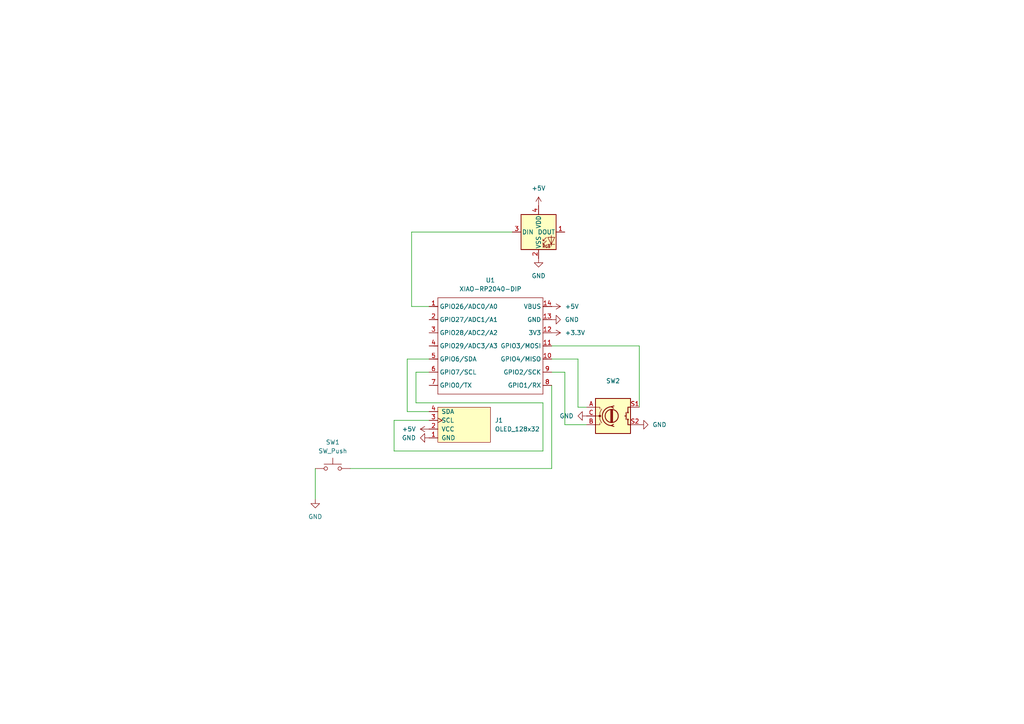
<source format=kicad_sch>
(kicad_sch
	(version 20250114)
	(generator "eeschema")
	(generator_version "9.0")
	(uuid "86d2f8df-ed63-4228-8067-34928c30d2cd")
	(paper "A4")
	(lib_symbols
		(symbol "Device:RotaryEncoder_Switch"
			(pin_names
				(offset 0.254)
				(hide yes)
			)
			(exclude_from_sim no)
			(in_bom yes)
			(on_board yes)
			(property "Reference" "SW"
				(at 0 6.604 0)
				(effects
					(font
						(size 1.27 1.27)
					)
				)
			)
			(property "Value" "RotaryEncoder_Switch"
				(at 0 -6.604 0)
				(effects
					(font
						(size 1.27 1.27)
					)
				)
			)
			(property "Footprint" ""
				(at -3.81 4.064 0)
				(effects
					(font
						(size 1.27 1.27)
					)
					(hide yes)
				)
			)
			(property "Datasheet" "~"
				(at 0 6.604 0)
				(effects
					(font
						(size 1.27 1.27)
					)
					(hide yes)
				)
			)
			(property "Description" "Rotary encoder, dual channel, incremental quadrate outputs, with switch"
				(at 0 0 0)
				(effects
					(font
						(size 1.27 1.27)
					)
					(hide yes)
				)
			)
			(property "ki_keywords" "rotary switch encoder switch push button"
				(at 0 0 0)
				(effects
					(font
						(size 1.27 1.27)
					)
					(hide yes)
				)
			)
			(property "ki_fp_filters" "RotaryEncoder*Switch*"
				(at 0 0 0)
				(effects
					(font
						(size 1.27 1.27)
					)
					(hide yes)
				)
			)
			(symbol "RotaryEncoder_Switch_0_1"
				(rectangle
					(start -5.08 5.08)
					(end 5.08 -5.08)
					(stroke
						(width 0.254)
						(type default)
					)
					(fill
						(type background)
					)
				)
				(polyline
					(pts
						(xy -5.08 2.54) (xy -3.81 2.54) (xy -3.81 2.032)
					)
					(stroke
						(width 0)
						(type default)
					)
					(fill
						(type none)
					)
				)
				(polyline
					(pts
						(xy -5.08 0) (xy -3.81 0) (xy -3.81 -1.016) (xy -3.302 -2.032)
					)
					(stroke
						(width 0)
						(type default)
					)
					(fill
						(type none)
					)
				)
				(polyline
					(pts
						(xy -5.08 -2.54) (xy -3.81 -2.54) (xy -3.81 -2.032)
					)
					(stroke
						(width 0)
						(type default)
					)
					(fill
						(type none)
					)
				)
				(polyline
					(pts
						(xy -4.318 0) (xy -3.81 0) (xy -3.81 1.016) (xy -3.302 2.032)
					)
					(stroke
						(width 0)
						(type default)
					)
					(fill
						(type none)
					)
				)
				(circle
					(center -3.81 0)
					(radius 0.254)
					(stroke
						(width 0)
						(type default)
					)
					(fill
						(type outline)
					)
				)
				(polyline
					(pts
						(xy -0.635 -1.778) (xy -0.635 1.778)
					)
					(stroke
						(width 0.254)
						(type default)
					)
					(fill
						(type none)
					)
				)
				(circle
					(center -0.381 0)
					(radius 1.905)
					(stroke
						(width 0.254)
						(type default)
					)
					(fill
						(type none)
					)
				)
				(polyline
					(pts
						(xy -0.381 -1.778) (xy -0.381 1.778)
					)
					(stroke
						(width 0.254)
						(type default)
					)
					(fill
						(type none)
					)
				)
				(arc
					(start -0.381 -2.794)
					(mid -3.0988 -0.0635)
					(end -0.381 2.667)
					(stroke
						(width 0.254)
						(type default)
					)
					(fill
						(type none)
					)
				)
				(polyline
					(pts
						(xy -0.127 1.778) (xy -0.127 -1.778)
					)
					(stroke
						(width 0.254)
						(type default)
					)
					(fill
						(type none)
					)
				)
				(polyline
					(pts
						(xy 0.254 2.921) (xy -0.508 2.667) (xy 0.127 2.286)
					)
					(stroke
						(width 0.254)
						(type default)
					)
					(fill
						(type none)
					)
				)
				(polyline
					(pts
						(xy 0.254 -3.048) (xy -0.508 -2.794) (xy 0.127 -2.413)
					)
					(stroke
						(width 0.254)
						(type default)
					)
					(fill
						(type none)
					)
				)
				(polyline
					(pts
						(xy 3.81 1.016) (xy 3.81 -1.016)
					)
					(stroke
						(width 0.254)
						(type default)
					)
					(fill
						(type none)
					)
				)
				(polyline
					(pts
						(xy 3.81 0) (xy 3.429 0)
					)
					(stroke
						(width 0.254)
						(type default)
					)
					(fill
						(type none)
					)
				)
				(circle
					(center 4.318 1.016)
					(radius 0.127)
					(stroke
						(width 0.254)
						(type default)
					)
					(fill
						(type none)
					)
				)
				(circle
					(center 4.318 -1.016)
					(radius 0.127)
					(stroke
						(width 0.254)
						(type default)
					)
					(fill
						(type none)
					)
				)
				(polyline
					(pts
						(xy 5.08 2.54) (xy 4.318 2.54) (xy 4.318 1.016)
					)
					(stroke
						(width 0.254)
						(type default)
					)
					(fill
						(type none)
					)
				)
				(polyline
					(pts
						(xy 5.08 -2.54) (xy 4.318 -2.54) (xy 4.318 -1.016)
					)
					(stroke
						(width 0.254)
						(type default)
					)
					(fill
						(type none)
					)
				)
			)
			(symbol "RotaryEncoder_Switch_1_1"
				(pin passive line
					(at -7.62 2.54 0)
					(length 2.54)
					(name "A"
						(effects
							(font
								(size 1.27 1.27)
							)
						)
					)
					(number "A"
						(effects
							(font
								(size 1.27 1.27)
							)
						)
					)
				)
				(pin passive line
					(at -7.62 0 0)
					(length 2.54)
					(name "C"
						(effects
							(font
								(size 1.27 1.27)
							)
						)
					)
					(number "C"
						(effects
							(font
								(size 1.27 1.27)
							)
						)
					)
				)
				(pin passive line
					(at -7.62 -2.54 0)
					(length 2.54)
					(name "B"
						(effects
							(font
								(size 1.27 1.27)
							)
						)
					)
					(number "B"
						(effects
							(font
								(size 1.27 1.27)
							)
						)
					)
				)
				(pin passive line
					(at 7.62 2.54 180)
					(length 2.54)
					(name "S1"
						(effects
							(font
								(size 1.27 1.27)
							)
						)
					)
					(number "S1"
						(effects
							(font
								(size 1.27 1.27)
							)
						)
					)
				)
				(pin passive line
					(at 7.62 -2.54 180)
					(length 2.54)
					(name "S2"
						(effects
							(font
								(size 1.27 1.27)
							)
						)
					)
					(number "S2"
						(effects
							(font
								(size 1.27 1.27)
							)
						)
					)
				)
			)
			(embedded_fonts no)
		)
		(symbol "LED:SK6812MINI"
			(pin_names
				(offset 0.254)
			)
			(exclude_from_sim no)
			(in_bom yes)
			(on_board yes)
			(property "Reference" "D"
				(at 5.08 5.715 0)
				(effects
					(font
						(size 1.27 1.27)
					)
					(justify right bottom)
				)
			)
			(property "Value" "SK6812MINI"
				(at 1.27 -5.715 0)
				(effects
					(font
						(size 1.27 1.27)
					)
					(justify left top)
				)
			)
			(property "Footprint" "LED_SMD:LED_SK6812MINI_PLCC4_3.5x3.5mm_P1.75mm"
				(at 1.27 -7.62 0)
				(effects
					(font
						(size 1.27 1.27)
					)
					(justify left top)
					(hide yes)
				)
			)
			(property "Datasheet" "https://cdn-shop.adafruit.com/product-files/2686/SK6812MINI_REV.01-1-2.pdf"
				(at 2.54 -9.525 0)
				(effects
					(font
						(size 1.27 1.27)
					)
					(justify left top)
					(hide yes)
				)
			)
			(property "Description" "RGB LED with integrated controller"
				(at 0 0 0)
				(effects
					(font
						(size 1.27 1.27)
					)
					(hide yes)
				)
			)
			(property "ki_keywords" "RGB LED NeoPixel Mini addressable"
				(at 0 0 0)
				(effects
					(font
						(size 1.27 1.27)
					)
					(hide yes)
				)
			)
			(property "ki_fp_filters" "LED*SK6812MINI*PLCC*3.5x3.5mm*P1.75mm*"
				(at 0 0 0)
				(effects
					(font
						(size 1.27 1.27)
					)
					(hide yes)
				)
			)
			(symbol "SK6812MINI_0_0"
				(text "RGB"
					(at 2.286 -4.191 0)
					(effects
						(font
							(size 0.762 0.762)
						)
					)
				)
			)
			(symbol "SK6812MINI_0_1"
				(polyline
					(pts
						(xy 1.27 -2.54) (xy 1.778 -2.54)
					)
					(stroke
						(width 0)
						(type default)
					)
					(fill
						(type none)
					)
				)
				(polyline
					(pts
						(xy 1.27 -3.556) (xy 1.778 -3.556)
					)
					(stroke
						(width 0)
						(type default)
					)
					(fill
						(type none)
					)
				)
				(polyline
					(pts
						(xy 2.286 -1.524) (xy 1.27 -2.54) (xy 1.27 -2.032)
					)
					(stroke
						(width 0)
						(type default)
					)
					(fill
						(type none)
					)
				)
				(polyline
					(pts
						(xy 2.286 -2.54) (xy 1.27 -3.556) (xy 1.27 -3.048)
					)
					(stroke
						(width 0)
						(type default)
					)
					(fill
						(type none)
					)
				)
				(polyline
					(pts
						(xy 3.683 -1.016) (xy 3.683 -3.556) (xy 3.683 -4.064)
					)
					(stroke
						(width 0)
						(type default)
					)
					(fill
						(type none)
					)
				)
				(polyline
					(pts
						(xy 4.699 -1.524) (xy 2.667 -1.524) (xy 3.683 -3.556) (xy 4.699 -1.524)
					)
					(stroke
						(width 0)
						(type default)
					)
					(fill
						(type none)
					)
				)
				(polyline
					(pts
						(xy 4.699 -3.556) (xy 2.667 -3.556)
					)
					(stroke
						(width 0)
						(type default)
					)
					(fill
						(type none)
					)
				)
				(rectangle
					(start 5.08 5.08)
					(end -5.08 -5.08)
					(stroke
						(width 0.254)
						(type default)
					)
					(fill
						(type background)
					)
				)
			)
			(symbol "SK6812MINI_1_1"
				(pin input line
					(at -7.62 0 0)
					(length 2.54)
					(name "DIN"
						(effects
							(font
								(size 1.27 1.27)
							)
						)
					)
					(number "3"
						(effects
							(font
								(size 1.27 1.27)
							)
						)
					)
				)
				(pin power_in line
					(at 0 7.62 270)
					(length 2.54)
					(name "VDD"
						(effects
							(font
								(size 1.27 1.27)
							)
						)
					)
					(number "4"
						(effects
							(font
								(size 1.27 1.27)
							)
						)
					)
				)
				(pin power_in line
					(at 0 -7.62 90)
					(length 2.54)
					(name "VSS"
						(effects
							(font
								(size 1.27 1.27)
							)
						)
					)
					(number "2"
						(effects
							(font
								(size 1.27 1.27)
							)
						)
					)
				)
				(pin output line
					(at 7.62 0 180)
					(length 2.54)
					(name "DOUT"
						(effects
							(font
								(size 1.27 1.27)
							)
						)
					)
					(number "1"
						(effects
							(font
								(size 1.27 1.27)
							)
						)
					)
				)
			)
			(embedded_fonts no)
		)
		(symbol "OPL:XIAO-RP2040-DIP"
			(exclude_from_sim no)
			(in_bom yes)
			(on_board yes)
			(property "Reference" "U"
				(at 0 0 0)
				(effects
					(font
						(size 1.27 1.27)
					)
				)
			)
			(property "Value" "XIAO-RP2040-DIP"
				(at 5.334 -1.778 0)
				(effects
					(font
						(size 1.27 1.27)
					)
				)
			)
			(property "Footprint" "Module:MOUDLE14P-XIAO-DIP-SMD"
				(at 14.478 -32.258 0)
				(effects
					(font
						(size 1.27 1.27)
					)
					(hide yes)
				)
			)
			(property "Datasheet" ""
				(at 0 0 0)
				(effects
					(font
						(size 1.27 1.27)
					)
					(hide yes)
				)
			)
			(property "Description" ""
				(at 0 0 0)
				(effects
					(font
						(size 1.27 1.27)
					)
					(hide yes)
				)
			)
			(symbol "XIAO-RP2040-DIP_1_0"
				(polyline
					(pts
						(xy -1.27 -2.54) (xy 29.21 -2.54)
					)
					(stroke
						(width 0.1524)
						(type solid)
					)
					(fill
						(type none)
					)
				)
				(polyline
					(pts
						(xy -1.27 -5.08) (xy -2.54 -5.08)
					)
					(stroke
						(width 0.1524)
						(type solid)
					)
					(fill
						(type none)
					)
				)
				(polyline
					(pts
						(xy -1.27 -5.08) (xy -1.27 -2.54)
					)
					(stroke
						(width 0.1524)
						(type solid)
					)
					(fill
						(type none)
					)
				)
				(polyline
					(pts
						(xy -1.27 -8.89) (xy -2.54 -8.89)
					)
					(stroke
						(width 0.1524)
						(type solid)
					)
					(fill
						(type none)
					)
				)
				(polyline
					(pts
						(xy -1.27 -8.89) (xy -1.27 -5.08)
					)
					(stroke
						(width 0.1524)
						(type solid)
					)
					(fill
						(type none)
					)
				)
				(polyline
					(pts
						(xy -1.27 -12.7) (xy -2.54 -12.7)
					)
					(stroke
						(width 0.1524)
						(type solid)
					)
					(fill
						(type none)
					)
				)
				(polyline
					(pts
						(xy -1.27 -12.7) (xy -1.27 -8.89)
					)
					(stroke
						(width 0.1524)
						(type solid)
					)
					(fill
						(type none)
					)
				)
				(polyline
					(pts
						(xy -1.27 -16.51) (xy -2.54 -16.51)
					)
					(stroke
						(width 0.1524)
						(type solid)
					)
					(fill
						(type none)
					)
				)
				(polyline
					(pts
						(xy -1.27 -16.51) (xy -1.27 -12.7)
					)
					(stroke
						(width 0.1524)
						(type solid)
					)
					(fill
						(type none)
					)
				)
				(polyline
					(pts
						(xy -1.27 -20.32) (xy -2.54 -20.32)
					)
					(stroke
						(width 0.1524)
						(type solid)
					)
					(fill
						(type none)
					)
				)
				(polyline
					(pts
						(xy -1.27 -24.13) (xy -2.54 -24.13)
					)
					(stroke
						(width 0.1524)
						(type solid)
					)
					(fill
						(type none)
					)
				)
				(polyline
					(pts
						(xy -1.27 -27.94) (xy -2.54 -27.94)
					)
					(stroke
						(width 0.1524)
						(type solid)
					)
					(fill
						(type none)
					)
				)
				(polyline
					(pts
						(xy -1.27 -30.48) (xy -1.27 -16.51)
					)
					(stroke
						(width 0.1524)
						(type solid)
					)
					(fill
						(type none)
					)
				)
				(polyline
					(pts
						(xy 29.21 -2.54) (xy 29.21 -5.08)
					)
					(stroke
						(width 0.1524)
						(type solid)
					)
					(fill
						(type none)
					)
				)
				(polyline
					(pts
						(xy 29.21 -5.08) (xy 29.21 -8.89)
					)
					(stroke
						(width 0.1524)
						(type solid)
					)
					(fill
						(type none)
					)
				)
				(polyline
					(pts
						(xy 29.21 -8.89) (xy 29.21 -12.7)
					)
					(stroke
						(width 0.1524)
						(type solid)
					)
					(fill
						(type none)
					)
				)
				(polyline
					(pts
						(xy 29.21 -12.7) (xy 29.21 -30.48)
					)
					(stroke
						(width 0.1524)
						(type solid)
					)
					(fill
						(type none)
					)
				)
				(polyline
					(pts
						(xy 29.21 -30.48) (xy -1.27 -30.48)
					)
					(stroke
						(width 0.1524)
						(type solid)
					)
					(fill
						(type none)
					)
				)
				(polyline
					(pts
						(xy 30.48 -5.08) (xy 29.21 -5.08)
					)
					(stroke
						(width 0.1524)
						(type solid)
					)
					(fill
						(type none)
					)
				)
				(polyline
					(pts
						(xy 30.48 -8.89) (xy 29.21 -8.89)
					)
					(stroke
						(width 0.1524)
						(type solid)
					)
					(fill
						(type none)
					)
				)
				(polyline
					(pts
						(xy 30.48 -12.7) (xy 29.21 -12.7)
					)
					(stroke
						(width 0.1524)
						(type solid)
					)
					(fill
						(type none)
					)
				)
				(polyline
					(pts
						(xy 30.48 -16.51) (xy 29.21 -16.51)
					)
					(stroke
						(width 0.1524)
						(type solid)
					)
					(fill
						(type none)
					)
				)
				(polyline
					(pts
						(xy 30.48 -20.32) (xy 29.21 -20.32)
					)
					(stroke
						(width 0.1524)
						(type solid)
					)
					(fill
						(type none)
					)
				)
				(polyline
					(pts
						(xy 30.48 -24.13) (xy 29.21 -24.13)
					)
					(stroke
						(width 0.1524)
						(type solid)
					)
					(fill
						(type none)
					)
				)
				(polyline
					(pts
						(xy 30.48 -27.94) (xy 29.21 -27.94)
					)
					(stroke
						(width 0.1524)
						(type solid)
					)
					(fill
						(type none)
					)
				)
				(pin passive line
					(at -3.81 -5.08 0)
					(length 2.54)
					(name "GPIO26/ADC0/A0"
						(effects
							(font
								(size 1.27 1.27)
							)
						)
					)
					(number "1"
						(effects
							(font
								(size 1.27 1.27)
							)
						)
					)
				)
				(pin passive line
					(at -3.81 -8.89 0)
					(length 2.54)
					(name "GPIO27/ADC1/A1"
						(effects
							(font
								(size 1.27 1.27)
							)
						)
					)
					(number "2"
						(effects
							(font
								(size 1.27 1.27)
							)
						)
					)
				)
				(pin passive line
					(at -3.81 -12.7 0)
					(length 2.54)
					(name "GPIO28/ADC2/A2"
						(effects
							(font
								(size 1.27 1.27)
							)
						)
					)
					(number "3"
						(effects
							(font
								(size 1.27 1.27)
							)
						)
					)
				)
				(pin passive line
					(at -3.81 -16.51 0)
					(length 2.54)
					(name "GPIO29/ADC3/A3"
						(effects
							(font
								(size 1.27 1.27)
							)
						)
					)
					(number "4"
						(effects
							(font
								(size 1.27 1.27)
							)
						)
					)
				)
				(pin passive line
					(at -3.81 -20.32 0)
					(length 2.54)
					(name "GPIO6/SDA"
						(effects
							(font
								(size 1.27 1.27)
							)
						)
					)
					(number "5"
						(effects
							(font
								(size 1.27 1.27)
							)
						)
					)
				)
				(pin passive line
					(at -3.81 -24.13 0)
					(length 2.54)
					(name "GPIO7/SCL"
						(effects
							(font
								(size 1.27 1.27)
							)
						)
					)
					(number "6"
						(effects
							(font
								(size 1.27 1.27)
							)
						)
					)
				)
				(pin passive line
					(at -3.81 -27.94 0)
					(length 2.54)
					(name "GPIO0/TX"
						(effects
							(font
								(size 1.27 1.27)
							)
						)
					)
					(number "7"
						(effects
							(font
								(size 1.27 1.27)
							)
						)
					)
				)
				(pin passive line
					(at 31.75 -5.08 180)
					(length 2.54)
					(name "VBUS"
						(effects
							(font
								(size 1.27 1.27)
							)
						)
					)
					(number "14"
						(effects
							(font
								(size 1.27 1.27)
							)
						)
					)
				)
				(pin passive line
					(at 31.75 -8.89 180)
					(length 2.54)
					(name "GND"
						(effects
							(font
								(size 1.27 1.27)
							)
						)
					)
					(number "13"
						(effects
							(font
								(size 1.27 1.27)
							)
						)
					)
				)
				(pin passive line
					(at 31.75 -12.7 180)
					(length 2.54)
					(name "3V3"
						(effects
							(font
								(size 1.27 1.27)
							)
						)
					)
					(number "12"
						(effects
							(font
								(size 1.27 1.27)
							)
						)
					)
				)
				(pin passive line
					(at 31.75 -16.51 180)
					(length 2.54)
					(name "GPIO3/MOSI"
						(effects
							(font
								(size 1.27 1.27)
							)
						)
					)
					(number "11"
						(effects
							(font
								(size 1.27 1.27)
							)
						)
					)
				)
				(pin passive line
					(at 31.75 -20.32 180)
					(length 2.54)
					(name "GPIO4/MISO"
						(effects
							(font
								(size 1.27 1.27)
							)
						)
					)
					(number "10"
						(effects
							(font
								(size 1.27 1.27)
							)
						)
					)
				)
				(pin passive line
					(at 31.75 -24.13 180)
					(length 2.54)
					(name "GPIO2/SCK"
						(effects
							(font
								(size 1.27 1.27)
							)
						)
					)
					(number "9"
						(effects
							(font
								(size 1.27 1.27)
							)
						)
					)
				)
				(pin passive line
					(at 31.75 -27.94 180)
					(length 2.54)
					(name "GPIO1/RX"
						(effects
							(font
								(size 1.27 1.27)
							)
						)
					)
					(number "8"
						(effects
							(font
								(size 1.27 1.27)
							)
						)
					)
				)
			)
			(embedded_fonts no)
		)
		(symbol "ScottoKeebs:OLED_128x32"
			(pin_names
				(offset 1.016)
			)
			(exclude_from_sim no)
			(in_bom yes)
			(on_board yes)
			(property "Reference" "J"
				(at 0 -6.35 0)
				(effects
					(font
						(size 1.27 1.27)
					)
				)
			)
			(property "Value" "OLED_128x32"
				(at 0 6.35 0)
				(effects
					(font
						(size 1.27 1.27)
					)
				)
			)
			(property "Footprint" "ScottoKeebs_Components:OLED_128x32"
				(at 0 8.89 0)
				(effects
					(font
						(size 1.27 1.27)
					)
					(hide yes)
				)
			)
			(property "Datasheet" ""
				(at 0 1.27 0)
				(effects
					(font
						(size 1.27 1.27)
					)
					(hide yes)
				)
			)
			(property "Description" ""
				(at 0 0 0)
				(effects
					(font
						(size 1.27 1.27)
					)
					(hide yes)
				)
			)
			(symbol "OLED_128x32_0_1"
				(rectangle
					(start 0 5.08)
					(end 15.24 -5.08)
					(stroke
						(width 0)
						(type default)
					)
					(fill
						(type background)
					)
				)
			)
			(symbol "OLED_128x32_1_1"
				(pin bidirectional line
					(at -2.54 3.81 0)
					(length 2.54)
					(name "SDA"
						(effects
							(font
								(size 1.27 1.27)
							)
						)
					)
					(number "4"
						(effects
							(font
								(size 1.27 1.27)
							)
						)
					)
				)
				(pin input clock
					(at -2.54 1.27 0)
					(length 2.54)
					(name "SCL"
						(effects
							(font
								(size 1.27 1.27)
							)
						)
					)
					(number "3"
						(effects
							(font
								(size 1.27 1.27)
							)
						)
					)
				)
				(pin power_in line
					(at -2.54 -1.27 0)
					(length 2.54)
					(name "VCC"
						(effects
							(font
								(size 1.27 1.27)
							)
						)
					)
					(number "2"
						(effects
							(font
								(size 1.27 1.27)
							)
						)
					)
				)
				(pin power_in line
					(at -2.54 -3.81 0)
					(length 2.54)
					(name "GND"
						(effects
							(font
								(size 1.27 1.27)
							)
						)
					)
					(number "1"
						(effects
							(font
								(size 1.27 1.27)
							)
						)
					)
				)
			)
			(embedded_fonts no)
		)
		(symbol "Switch:SW_Push"
			(pin_numbers
				(hide yes)
			)
			(pin_names
				(offset 1.016)
				(hide yes)
			)
			(exclude_from_sim no)
			(in_bom yes)
			(on_board yes)
			(property "Reference" "SW"
				(at 1.27 2.54 0)
				(effects
					(font
						(size 1.27 1.27)
					)
					(justify left)
				)
			)
			(property "Value" "SW_Push"
				(at 0 -1.524 0)
				(effects
					(font
						(size 1.27 1.27)
					)
				)
			)
			(property "Footprint" ""
				(at 0 5.08 0)
				(effects
					(font
						(size 1.27 1.27)
					)
					(hide yes)
				)
			)
			(property "Datasheet" "~"
				(at 0 5.08 0)
				(effects
					(font
						(size 1.27 1.27)
					)
					(hide yes)
				)
			)
			(property "Description" "Push button switch, generic, two pins"
				(at 0 0 0)
				(effects
					(font
						(size 1.27 1.27)
					)
					(hide yes)
				)
			)
			(property "ki_keywords" "switch normally-open pushbutton push-button"
				(at 0 0 0)
				(effects
					(font
						(size 1.27 1.27)
					)
					(hide yes)
				)
			)
			(symbol "SW_Push_0_1"
				(circle
					(center -2.032 0)
					(radius 0.508)
					(stroke
						(width 0)
						(type default)
					)
					(fill
						(type none)
					)
				)
				(polyline
					(pts
						(xy 0 1.27) (xy 0 3.048)
					)
					(stroke
						(width 0)
						(type default)
					)
					(fill
						(type none)
					)
				)
				(circle
					(center 2.032 0)
					(radius 0.508)
					(stroke
						(width 0)
						(type default)
					)
					(fill
						(type none)
					)
				)
				(polyline
					(pts
						(xy 2.54 1.27) (xy -2.54 1.27)
					)
					(stroke
						(width 0)
						(type default)
					)
					(fill
						(type none)
					)
				)
				(pin passive line
					(at -5.08 0 0)
					(length 2.54)
					(name "1"
						(effects
							(font
								(size 1.27 1.27)
							)
						)
					)
					(number "1"
						(effects
							(font
								(size 1.27 1.27)
							)
						)
					)
				)
				(pin passive line
					(at 5.08 0 180)
					(length 2.54)
					(name "2"
						(effects
							(font
								(size 1.27 1.27)
							)
						)
					)
					(number "2"
						(effects
							(font
								(size 1.27 1.27)
							)
						)
					)
				)
			)
			(embedded_fonts no)
		)
		(symbol "power:+3.3V"
			(power)
			(pin_numbers
				(hide yes)
			)
			(pin_names
				(offset 0)
				(hide yes)
			)
			(exclude_from_sim no)
			(in_bom yes)
			(on_board yes)
			(property "Reference" "#PWR"
				(at 0 -3.81 0)
				(effects
					(font
						(size 1.27 1.27)
					)
					(hide yes)
				)
			)
			(property "Value" "+3.3V"
				(at 0 3.556 0)
				(effects
					(font
						(size 1.27 1.27)
					)
				)
			)
			(property "Footprint" ""
				(at 0 0 0)
				(effects
					(font
						(size 1.27 1.27)
					)
					(hide yes)
				)
			)
			(property "Datasheet" ""
				(at 0 0 0)
				(effects
					(font
						(size 1.27 1.27)
					)
					(hide yes)
				)
			)
			(property "Description" "Power symbol creates a global label with name \"+3.3V\""
				(at 0 0 0)
				(effects
					(font
						(size 1.27 1.27)
					)
					(hide yes)
				)
			)
			(property "ki_keywords" "global power"
				(at 0 0 0)
				(effects
					(font
						(size 1.27 1.27)
					)
					(hide yes)
				)
			)
			(symbol "+3.3V_0_1"
				(polyline
					(pts
						(xy -0.762 1.27) (xy 0 2.54)
					)
					(stroke
						(width 0)
						(type default)
					)
					(fill
						(type none)
					)
				)
				(polyline
					(pts
						(xy 0 2.54) (xy 0.762 1.27)
					)
					(stroke
						(width 0)
						(type default)
					)
					(fill
						(type none)
					)
				)
				(polyline
					(pts
						(xy 0 0) (xy 0 2.54)
					)
					(stroke
						(width 0)
						(type default)
					)
					(fill
						(type none)
					)
				)
			)
			(symbol "+3.3V_1_1"
				(pin power_in line
					(at 0 0 90)
					(length 0)
					(name "~"
						(effects
							(font
								(size 1.27 1.27)
							)
						)
					)
					(number "1"
						(effects
							(font
								(size 1.27 1.27)
							)
						)
					)
				)
			)
			(embedded_fonts no)
		)
		(symbol "power:+5V"
			(power)
			(pin_numbers
				(hide yes)
			)
			(pin_names
				(offset 0)
				(hide yes)
			)
			(exclude_from_sim no)
			(in_bom yes)
			(on_board yes)
			(property "Reference" "#PWR"
				(at 0 -3.81 0)
				(effects
					(font
						(size 1.27 1.27)
					)
					(hide yes)
				)
			)
			(property "Value" "+5V"
				(at 0 3.556 0)
				(effects
					(font
						(size 1.27 1.27)
					)
				)
			)
			(property "Footprint" ""
				(at 0 0 0)
				(effects
					(font
						(size 1.27 1.27)
					)
					(hide yes)
				)
			)
			(property "Datasheet" ""
				(at 0 0 0)
				(effects
					(font
						(size 1.27 1.27)
					)
					(hide yes)
				)
			)
			(property "Description" "Power symbol creates a global label with name \"+5V\""
				(at 0 0 0)
				(effects
					(font
						(size 1.27 1.27)
					)
					(hide yes)
				)
			)
			(property "ki_keywords" "global power"
				(at 0 0 0)
				(effects
					(font
						(size 1.27 1.27)
					)
					(hide yes)
				)
			)
			(symbol "+5V_0_1"
				(polyline
					(pts
						(xy -0.762 1.27) (xy 0 2.54)
					)
					(stroke
						(width 0)
						(type default)
					)
					(fill
						(type none)
					)
				)
				(polyline
					(pts
						(xy 0 2.54) (xy 0.762 1.27)
					)
					(stroke
						(width 0)
						(type default)
					)
					(fill
						(type none)
					)
				)
				(polyline
					(pts
						(xy 0 0) (xy 0 2.54)
					)
					(stroke
						(width 0)
						(type default)
					)
					(fill
						(type none)
					)
				)
			)
			(symbol "+5V_1_1"
				(pin power_in line
					(at 0 0 90)
					(length 0)
					(name "~"
						(effects
							(font
								(size 1.27 1.27)
							)
						)
					)
					(number "1"
						(effects
							(font
								(size 1.27 1.27)
							)
						)
					)
				)
			)
			(embedded_fonts no)
		)
		(symbol "power:GND"
			(power)
			(pin_numbers
				(hide yes)
			)
			(pin_names
				(offset 0)
				(hide yes)
			)
			(exclude_from_sim no)
			(in_bom yes)
			(on_board yes)
			(property "Reference" "#PWR"
				(at 0 -6.35 0)
				(effects
					(font
						(size 1.27 1.27)
					)
					(hide yes)
				)
			)
			(property "Value" "GND"
				(at 0 -3.81 0)
				(effects
					(font
						(size 1.27 1.27)
					)
				)
			)
			(property "Footprint" ""
				(at 0 0 0)
				(effects
					(font
						(size 1.27 1.27)
					)
					(hide yes)
				)
			)
			(property "Datasheet" ""
				(at 0 0 0)
				(effects
					(font
						(size 1.27 1.27)
					)
					(hide yes)
				)
			)
			(property "Description" "Power symbol creates a global label with name \"GND\" , ground"
				(at 0 0 0)
				(effects
					(font
						(size 1.27 1.27)
					)
					(hide yes)
				)
			)
			(property "ki_keywords" "global power"
				(at 0 0 0)
				(effects
					(font
						(size 1.27 1.27)
					)
					(hide yes)
				)
			)
			(symbol "GND_0_1"
				(polyline
					(pts
						(xy 0 0) (xy 0 -1.27) (xy 1.27 -1.27) (xy 0 -2.54) (xy -1.27 -1.27) (xy 0 -1.27)
					)
					(stroke
						(width 0)
						(type default)
					)
					(fill
						(type none)
					)
				)
			)
			(symbol "GND_1_1"
				(pin power_in line
					(at 0 0 270)
					(length 0)
					(name "~"
						(effects
							(font
								(size 1.27 1.27)
							)
						)
					)
					(number "1"
						(effects
							(font
								(size 1.27 1.27)
							)
						)
					)
				)
			)
			(embedded_fonts no)
		)
	)
	(wire
		(pts
			(xy 160.02 111.76) (xy 160.02 135.89)
		)
		(stroke
			(width 0)
			(type default)
		)
		(uuid "08fafae3-ce37-4710-822d-997d4bb93456")
	)
	(wire
		(pts
			(xy 124.46 121.92) (xy 114.3 121.92)
		)
		(stroke
			(width 0)
			(type default)
		)
		(uuid "3122d3bd-9375-43e9-a4e4-d6dc8ada7814")
	)
	(wire
		(pts
			(xy 163.83 123.19) (xy 163.83 107.95)
		)
		(stroke
			(width 0)
			(type default)
		)
		(uuid "3bfc6aa4-4163-46bc-9fc9-becf2b7e28d6")
	)
	(wire
		(pts
			(xy 124.46 119.38) (xy 118.11 119.38)
		)
		(stroke
			(width 0)
			(type default)
		)
		(uuid "3e9cb62a-281b-4429-97e3-def3c83cc1e5")
	)
	(wire
		(pts
			(xy 114.3 130.81) (xy 157.48 130.81)
		)
		(stroke
			(width 0)
			(type default)
		)
		(uuid "3f50468a-dffa-4a17-aac8-d3c6549a9b1e")
	)
	(wire
		(pts
			(xy 170.18 123.19) (xy 163.83 123.19)
		)
		(stroke
			(width 0)
			(type default)
		)
		(uuid "476845ef-9378-4bf6-b321-c8d27749b985")
	)
	(wire
		(pts
			(xy 157.48 116.84) (xy 120.65 116.84)
		)
		(stroke
			(width 0)
			(type default)
		)
		(uuid "569ddaf1-66e6-4085-9840-255726cc28ff")
	)
	(wire
		(pts
			(xy 167.64 118.11) (xy 167.64 104.14)
		)
		(stroke
			(width 0)
			(type default)
		)
		(uuid "5bb1fda4-89e2-4f27-8512-c2a8f046341d")
	)
	(wire
		(pts
			(xy 114.3 121.92) (xy 114.3 130.81)
		)
		(stroke
			(width 0)
			(type default)
		)
		(uuid "610786d0-5cd2-43c5-8902-96d4bb090f7c")
	)
	(wire
		(pts
			(xy 170.18 118.11) (xy 167.64 118.11)
		)
		(stroke
			(width 0)
			(type default)
		)
		(uuid "6d025cef-f621-4305-9483-89338a9ffb27")
	)
	(wire
		(pts
			(xy 120.65 116.84) (xy 120.65 107.95)
		)
		(stroke
			(width 0)
			(type default)
		)
		(uuid "87486fcb-923e-4d4a-aa57-ca7f6c0d2261")
	)
	(wire
		(pts
			(xy 185.42 118.11) (xy 185.42 100.33)
		)
		(stroke
			(width 0)
			(type default)
		)
		(uuid "8813cfcb-a3e9-496c-a590-0f3ac78e5e35")
	)
	(wire
		(pts
			(xy 148.59 67.31) (xy 119.38 67.31)
		)
		(stroke
			(width 0)
			(type default)
		)
		(uuid "925a012a-7299-4728-a5bd-1c6e844030bd")
	)
	(wire
		(pts
			(xy 118.11 104.14) (xy 118.11 119.38)
		)
		(stroke
			(width 0)
			(type default)
		)
		(uuid "a521d4cc-dd01-48b3-b7a1-69c82afbc19e")
	)
	(wire
		(pts
			(xy 163.83 107.95) (xy 160.02 107.95)
		)
		(stroke
			(width 0)
			(type default)
		)
		(uuid "ac05bb42-5c1a-4f42-a415-62f5f77b4df9")
	)
	(wire
		(pts
			(xy 101.6 135.89) (xy 160.02 135.89)
		)
		(stroke
			(width 0)
			(type default)
		)
		(uuid "b75d1c4e-4e63-4915-a9ef-50a620f9f254")
	)
	(wire
		(pts
			(xy 91.44 135.89) (xy 91.44 144.78)
		)
		(stroke
			(width 0)
			(type default)
		)
		(uuid "b9bbaa88-ed24-4dfe-b633-085620b696f4")
	)
	(wire
		(pts
			(xy 119.38 88.9) (xy 124.46 88.9)
		)
		(stroke
			(width 0)
			(type default)
		)
		(uuid "be2ae1be-4bb3-425c-83b0-7246f4e97589")
	)
	(wire
		(pts
			(xy 157.48 130.81) (xy 157.48 116.84)
		)
		(stroke
			(width 0)
			(type default)
		)
		(uuid "cf090053-4203-4d3c-81d7-8fbab165d3db")
	)
	(wire
		(pts
			(xy 185.42 100.33) (xy 160.02 100.33)
		)
		(stroke
			(width 0)
			(type default)
		)
		(uuid "d5f7760e-43fd-4a6b-852d-3bf856fcdb2e")
	)
	(wire
		(pts
			(xy 120.65 107.95) (xy 124.46 107.95)
		)
		(stroke
			(width 0)
			(type default)
		)
		(uuid "ddeadf19-b05d-49c4-afe0-184f6f33fb56")
	)
	(wire
		(pts
			(xy 118.11 104.14) (xy 124.46 104.14)
		)
		(stroke
			(width 0)
			(type default)
		)
		(uuid "ecdc4533-d224-4a66-8868-0edf63572a1f")
	)
	(wire
		(pts
			(xy 119.38 67.31) (xy 119.38 88.9)
		)
		(stroke
			(width 0)
			(type default)
		)
		(uuid "ed079586-8a46-45ce-93f6-c58f3ceaaf8a")
	)
	(wire
		(pts
			(xy 167.64 104.14) (xy 160.02 104.14)
		)
		(stroke
			(width 0)
			(type default)
		)
		(uuid "f7ccd9fb-21e5-43ca-83b3-834cae90bd5d")
	)
	(symbol
		(lib_id "power:GND")
		(at 170.18 120.65 270)
		(unit 1)
		(exclude_from_sim no)
		(in_bom yes)
		(on_board yes)
		(dnp no)
		(fields_autoplaced yes)
		(uuid "0ea3da02-dd7d-4c01-9c2a-d375c8b135f5")
		(property "Reference" "#PWR04"
			(at 163.83 120.65 0)
			(effects
				(font
					(size 1.27 1.27)
				)
				(hide yes)
			)
		)
		(property "Value" "GND"
			(at 166.37 120.6499 90)
			(effects
				(font
					(size 1.27 1.27)
				)
				(justify right)
			)
		)
		(property "Footprint" ""
			(at 170.18 120.65 0)
			(effects
				(font
					(size 1.27 1.27)
				)
				(hide yes)
			)
		)
		(property "Datasheet" ""
			(at 170.18 120.65 0)
			(effects
				(font
					(size 1.27 1.27)
				)
				(hide yes)
			)
		)
		(property "Description" "Power symbol creates a global label with name \"GND\" , ground"
			(at 170.18 120.65 0)
			(effects
				(font
					(size 1.27 1.27)
				)
				(hide yes)
			)
		)
		(pin "1"
			(uuid "c08728d8-0086-44b3-9a22-1ef5cefc3452")
		)
		(instances
			(project ""
				(path "/86d2f8df-ed63-4228-8067-34928c30d2cd"
					(reference "#PWR04")
					(unit 1)
				)
			)
		)
	)
	(symbol
		(lib_id "power:GND")
		(at 91.44 144.78 0)
		(unit 1)
		(exclude_from_sim no)
		(in_bom yes)
		(on_board yes)
		(dnp no)
		(fields_autoplaced yes)
		(uuid "3247ca8d-6a6a-4ab9-82a0-8f3219046f8e")
		(property "Reference" "#PWR01"
			(at 91.44 151.13 0)
			(effects
				(font
					(size 1.27 1.27)
				)
				(hide yes)
			)
		)
		(property "Value" "GND"
			(at 91.44 149.86 0)
			(effects
				(font
					(size 1.27 1.27)
				)
			)
		)
		(property "Footprint" ""
			(at 91.44 144.78 0)
			(effects
				(font
					(size 1.27 1.27)
				)
				(hide yes)
			)
		)
		(property "Datasheet" ""
			(at 91.44 144.78 0)
			(effects
				(font
					(size 1.27 1.27)
				)
				(hide yes)
			)
		)
		(property "Description" "Power symbol creates a global label with name \"GND\" , ground"
			(at 91.44 144.78 0)
			(effects
				(font
					(size 1.27 1.27)
				)
				(hide yes)
			)
		)
		(pin "1"
			(uuid "125ac7d6-6c43-4d1d-81e5-f8692bf9a423")
		)
		(instances
			(project ""
				(path "/86d2f8df-ed63-4228-8067-34928c30d2cd"
					(reference "#PWR01")
					(unit 1)
				)
			)
		)
	)
	(symbol
		(lib_id "ScottoKeebs:OLED_128x32")
		(at 127 123.19 0)
		(unit 1)
		(exclude_from_sim no)
		(in_bom yes)
		(on_board yes)
		(dnp no)
		(fields_autoplaced yes)
		(uuid "3ed93d4c-9a0c-4120-b21f-817651bb89cb")
		(property "Reference" "J1"
			(at 143.51 121.9199 0)
			(effects
				(font
					(size 1.27 1.27)
				)
				(justify left)
			)
		)
		(property "Value" "OLED_128x32"
			(at 143.51 124.4599 0)
			(effects
				(font
					(size 1.27 1.27)
				)
				(justify left)
			)
		)
		(property "Footprint" "ScottoKeebs_Components:OLED_128x32"
			(at 127 114.3 0)
			(effects
				(font
					(size 1.27 1.27)
				)
				(hide yes)
			)
		)
		(property "Datasheet" ""
			(at 127 121.92 0)
			(effects
				(font
					(size 1.27 1.27)
				)
				(hide yes)
			)
		)
		(property "Description" ""
			(at 127 123.19 0)
			(effects
				(font
					(size 1.27 1.27)
				)
				(hide yes)
			)
		)
		(pin "2"
			(uuid "2036b41f-cf38-45b8-b8b7-227ba99c905a")
		)
		(pin "4"
			(uuid "431445b3-16b4-4a48-9717-c746c2b2f54f")
		)
		(pin "1"
			(uuid "68284f37-6e58-4035-bf1b-843e04e3197f")
		)
		(pin "3"
			(uuid "d1aaaaf0-b36d-4117-8327-9d3f4f4b5225")
		)
		(instances
			(project ""
				(path "/86d2f8df-ed63-4228-8067-34928c30d2cd"
					(reference "J1")
					(unit 1)
				)
			)
		)
	)
	(symbol
		(lib_id "power:+5V")
		(at 156.21 59.69 0)
		(unit 1)
		(exclude_from_sim no)
		(in_bom yes)
		(on_board yes)
		(dnp no)
		(fields_autoplaced yes)
		(uuid "6d0697c9-3d2d-48a3-8b5e-2434d08f0860")
		(property "Reference" "#PWR07"
			(at 156.21 63.5 0)
			(effects
				(font
					(size 1.27 1.27)
				)
				(hide yes)
			)
		)
		(property "Value" "+5V"
			(at 156.21 54.61 0)
			(effects
				(font
					(size 1.27 1.27)
				)
			)
		)
		(property "Footprint" ""
			(at 156.21 59.69 0)
			(effects
				(font
					(size 1.27 1.27)
				)
				(hide yes)
			)
		)
		(property "Datasheet" ""
			(at 156.21 59.69 0)
			(effects
				(font
					(size 1.27 1.27)
				)
				(hide yes)
			)
		)
		(property "Description" "Power symbol creates a global label with name \"+5V\""
			(at 156.21 59.69 0)
			(effects
				(font
					(size 1.27 1.27)
				)
				(hide yes)
			)
		)
		(pin "1"
			(uuid "b08c6f92-037b-49b6-a0e3-7e266128b2bb")
		)
		(instances
			(project ""
				(path "/86d2f8df-ed63-4228-8067-34928c30d2cd"
					(reference "#PWR07")
					(unit 1)
				)
			)
		)
	)
	(symbol
		(lib_id "power:+3.3V")
		(at 160.02 96.52 270)
		(unit 1)
		(exclude_from_sim no)
		(in_bom yes)
		(on_board yes)
		(dnp no)
		(fields_autoplaced yes)
		(uuid "7ab87ce3-0b57-47b4-b80d-f77488d66e80")
		(property "Reference" "#PWR09"
			(at 156.21 96.52 0)
			(effects
				(font
					(size 1.27 1.27)
				)
				(hide yes)
			)
		)
		(property "Value" "+3.3V"
			(at 163.83 96.5199 90)
			(effects
				(font
					(size 1.27 1.27)
				)
				(justify left)
			)
		)
		(property "Footprint" ""
			(at 160.02 96.52 0)
			(effects
				(font
					(size 1.27 1.27)
				)
				(hide yes)
			)
		)
		(property "Datasheet" ""
			(at 160.02 96.52 0)
			(effects
				(font
					(size 1.27 1.27)
				)
				(hide yes)
			)
		)
		(property "Description" "Power symbol creates a global label with name \"+3.3V\""
			(at 160.02 96.52 0)
			(effects
				(font
					(size 1.27 1.27)
				)
				(hide yes)
			)
		)
		(pin "1"
			(uuid "128c120b-f935-42b2-bf50-40a2c3bb329d")
		)
		(instances
			(project ""
				(path "/86d2f8df-ed63-4228-8067-34928c30d2cd"
					(reference "#PWR09")
					(unit 1)
				)
			)
		)
	)
	(symbol
		(lib_id "Device:RotaryEncoder_Switch")
		(at 177.8 120.65 0)
		(unit 1)
		(exclude_from_sim no)
		(in_bom yes)
		(on_board yes)
		(dnp no)
		(fields_autoplaced yes)
		(uuid "9fb43362-b3cc-4b0e-8092-bb960fad93a8")
		(property "Reference" "SW2"
			(at 177.8 110.49 0)
			(effects
				(font
					(size 1.27 1.27)
				)
			)
		)
		(property "Value" "RotaryEncoder_Switch"
			(at 177.8 113.03 0)
			(effects
				(font
					(size 1.27 1.27)
				)
				(hide yes)
			)
		)
		(property "Footprint" "Rotary_Encoder:RotaryEncoder_Alps_EC11E-Switch_Vertical_H20mm"
			(at 173.99 116.586 0)
			(effects
				(font
					(size 1.27 1.27)
				)
				(hide yes)
			)
		)
		(property "Datasheet" "~"
			(at 177.8 114.046 0)
			(effects
				(font
					(size 1.27 1.27)
				)
				(hide yes)
			)
		)
		(property "Description" "Rotary encoder, dual channel, incremental quadrate outputs, with switch"
			(at 177.8 120.65 0)
			(effects
				(font
					(size 1.27 1.27)
				)
				(hide yes)
			)
		)
		(pin "S2"
			(uuid "1b85f33d-4863-4245-8d3b-effefa6821e8")
		)
		(pin "C"
			(uuid "58682f1d-8d4d-4525-9712-98c8b1d0d4d7")
		)
		(pin "B"
			(uuid "0337c488-46d6-4f90-9835-8bbd4ba95238")
		)
		(pin "A"
			(uuid "33b2dd9e-9029-4c5f-a9ed-6b491a367d1e")
		)
		(pin "S1"
			(uuid "63628187-d989-47c4-831c-5f7ab2a7c48f")
		)
		(instances
			(project ""
				(path "/86d2f8df-ed63-4228-8067-34928c30d2cd"
					(reference "SW2")
					(unit 1)
				)
			)
		)
	)
	(symbol
		(lib_id "power:GND")
		(at 160.02 92.71 90)
		(unit 1)
		(exclude_from_sim no)
		(in_bom yes)
		(on_board yes)
		(dnp no)
		(fields_autoplaced yes)
		(uuid "a6970e7c-e496-4b1e-8e4c-ef9f4100e72f")
		(property "Reference" "#PWR02"
			(at 166.37 92.71 0)
			(effects
				(font
					(size 1.27 1.27)
				)
				(hide yes)
			)
		)
		(property "Value" "GND"
			(at 163.83 92.7099 90)
			(effects
				(font
					(size 1.27 1.27)
				)
				(justify right)
			)
		)
		(property "Footprint" ""
			(at 160.02 92.71 0)
			(effects
				(font
					(size 1.27 1.27)
				)
				(hide yes)
			)
		)
		(property "Datasheet" ""
			(at 160.02 92.71 0)
			(effects
				(font
					(size 1.27 1.27)
				)
				(hide yes)
			)
		)
		(property "Description" "Power symbol creates a global label with name \"GND\" , ground"
			(at 160.02 92.71 0)
			(effects
				(font
					(size 1.27 1.27)
				)
				(hide yes)
			)
		)
		(pin "1"
			(uuid "bf3bb907-7243-42c3-b780-8105b53f1740")
		)
		(instances
			(project ""
				(path "/86d2f8df-ed63-4228-8067-34928c30d2cd"
					(reference "#PWR02")
					(unit 1)
				)
			)
		)
	)
	(symbol
		(lib_id "power:+5V")
		(at 160.02 88.9 270)
		(unit 1)
		(exclude_from_sim no)
		(in_bom yes)
		(on_board yes)
		(dnp no)
		(fields_autoplaced yes)
		(uuid "b7ecae3f-5bb6-4596-88bf-6f61404536f4")
		(property "Reference" "#PWR03"
			(at 156.21 88.9 0)
			(effects
				(font
					(size 1.27 1.27)
				)
				(hide yes)
			)
		)
		(property "Value" "+5V"
			(at 163.83 88.8999 90)
			(effects
				(font
					(size 1.27 1.27)
				)
				(justify left)
			)
		)
		(property "Footprint" ""
			(at 160.02 88.9 0)
			(effects
				(font
					(size 1.27 1.27)
				)
				(hide yes)
			)
		)
		(property "Datasheet" ""
			(at 160.02 88.9 0)
			(effects
				(font
					(size 1.27 1.27)
				)
				(hide yes)
			)
		)
		(property "Description" "Power symbol creates a global label with name \"+5V\""
			(at 160.02 88.9 0)
			(effects
				(font
					(size 1.27 1.27)
				)
				(hide yes)
			)
		)
		(pin "1"
			(uuid "517ec35d-5d07-48f1-8a32-9c9b31764b4e")
		)
		(instances
			(project ""
				(path "/86d2f8df-ed63-4228-8067-34928c30d2cd"
					(reference "#PWR03")
					(unit 1)
				)
			)
		)
	)
	(symbol
		(lib_id "Switch:SW_Push")
		(at 96.52 135.89 0)
		(unit 1)
		(exclude_from_sim no)
		(in_bom yes)
		(on_board yes)
		(dnp no)
		(uuid "b9ea99cb-8603-4b74-9b1c-00af7e74ec37")
		(property "Reference" "SW1"
			(at 96.52 128.27 0)
			(effects
				(font
					(size 1.27 1.27)
				)
			)
		)
		(property "Value" "SW_Push"
			(at 96.52 130.81 0)
			(effects
				(font
					(size 1.27 1.27)
				)
			)
		)
		(property "Footprint" "Button_Switch_Keyboard:SW_Cherry_MX_1.00u_PCB"
			(at 96.52 130.81 0)
			(effects
				(font
					(size 1.27 1.27)
				)
				(hide yes)
			)
		)
		(property "Datasheet" "~"
			(at 96.52 130.81 0)
			(effects
				(font
					(size 1.27 1.27)
				)
				(hide yes)
			)
		)
		(property "Description" "Push button switch, generic, two pins"
			(at 96.52 135.89 0)
			(effects
				(font
					(size 1.27 1.27)
				)
				(hide yes)
			)
		)
		(pin "1"
			(uuid "7c59dd7b-8100-475f-8291-0684d3ba6094")
		)
		(pin "2"
			(uuid "6d24e0f1-4232-49f9-a770-9fcb19f8a900")
		)
		(instances
			(project ""
				(path "/86d2f8df-ed63-4228-8067-34928c30d2cd"
					(reference "SW1")
					(unit 1)
				)
			)
		)
	)
	(symbol
		(lib_id "OPL:XIAO-RP2040-DIP")
		(at 128.27 83.82 0)
		(unit 1)
		(exclude_from_sim no)
		(in_bom yes)
		(on_board yes)
		(dnp no)
		(fields_autoplaced yes)
		(uuid "cee0e073-c6fe-4280-9b1d-86ce5c370d51")
		(property "Reference" "U1"
			(at 142.24 81.28 0)
			(effects
				(font
					(size 1.27 1.27)
				)
			)
		)
		(property "Value" "XIAO-RP2040-DIP"
			(at 142.24 83.82 0)
			(effects
				(font
					(size 1.27 1.27)
				)
			)
		)
		(property "Footprint" "Seeed Studio XIAO Series Library:XIAO-RP2040-DIP"
			(at 142.748 116.078 0)
			(effects
				(font
					(size 1.27 1.27)
				)
				(hide yes)
			)
		)
		(property "Datasheet" ""
			(at 128.27 83.82 0)
			(effects
				(font
					(size 1.27 1.27)
				)
				(hide yes)
			)
		)
		(property "Description" ""
			(at 128.27 83.82 0)
			(effects
				(font
					(size 1.27 1.27)
				)
				(hide yes)
			)
		)
		(pin "5"
			(uuid "c46ab3a7-7f50-44f7-b96e-03623f119a7c")
		)
		(pin "3"
			(uuid "7e3b9b81-3753-4616-843e-0a8ac567d1de")
		)
		(pin "14"
			(uuid "a22f3b02-45e4-4b4b-b011-556ad60a176a")
		)
		(pin "9"
			(uuid "7e91f0dd-3ac7-425e-9d36-ea9519cc11b3")
		)
		(pin "2"
			(uuid "68cf30fd-7a88-4fa6-ace8-f91a3d8f5a82")
		)
		(pin "13"
			(uuid "b946a41f-2af2-47e5-a0b3-31873a229246")
		)
		(pin "8"
			(uuid "44db100e-3742-4176-bb99-a6f462b71a00")
		)
		(pin "12"
			(uuid "757a7929-f035-4e7e-a97b-4110ff028885")
		)
		(pin "1"
			(uuid "9276d3bd-2644-42d3-abdc-21faf0b50d2b")
		)
		(pin "10"
			(uuid "14b7deae-58a1-42da-b6b6-8fd88388d539")
		)
		(pin "6"
			(uuid "e67c7ae3-8d3f-40a6-889c-8fa15f045d5a")
		)
		(pin "11"
			(uuid "61846130-568d-4ac8-a8bf-4dcd72c73659")
		)
		(pin "4"
			(uuid "424eb1bd-9a21-4fb5-8f5e-ebd68ce653eb")
		)
		(pin "7"
			(uuid "b12dd4a9-36d4-4575-a7e6-54eee18ec4c8")
		)
		(instances
			(project ""
				(path "/86d2f8df-ed63-4228-8067-34928c30d2cd"
					(reference "U1")
					(unit 1)
				)
			)
		)
	)
	(symbol
		(lib_id "LED:SK6812MINI")
		(at 156.21 67.31 0)
		(unit 1)
		(exclude_from_sim no)
		(in_bom yes)
		(on_board yes)
		(dnp no)
		(fields_autoplaced yes)
		(uuid "e3bdc137-9d65-458a-9d8b-9beb57811686")
		(property "Reference" "D1"
			(at 168.91 60.8898 0)
			(effects
				(font
					(size 1.27 1.27)
				)
				(hide yes)
			)
		)
		(property "Value" "SK6812MINI"
			(at 168.91 63.4298 0)
			(effects
				(font
					(size 1.27 1.27)
				)
				(hide yes)
			)
		)
		(property "Footprint" "LED_SMD:LED_SK6812MINI_PLCC4_3.5x3.5mm_P1.75mm"
			(at 157.48 74.93 0)
			(effects
				(font
					(size 1.27 1.27)
				)
				(justify left top)
				(hide yes)
			)
		)
		(property "Datasheet" "https://cdn-shop.adafruit.com/product-files/2686/SK6812MINI_REV.01-1-2.pdf"
			(at 158.75 76.835 0)
			(effects
				(font
					(size 1.27 1.27)
				)
				(justify left top)
				(hide yes)
			)
		)
		(property "Description" "RGB LED with integrated controller"
			(at 156.21 67.31 0)
			(effects
				(font
					(size 1.27 1.27)
				)
				(hide yes)
			)
		)
		(pin "3"
			(uuid "83a5b931-6e16-4a56-a751-cc94dcaa9e51")
		)
		(pin "2"
			(uuid "23e74871-4d16-4fc7-9ef4-5a9ae1c7a056")
		)
		(pin "4"
			(uuid "1398fdd4-392e-4f64-b16d-3bb2cb7f64a0")
		)
		(pin "1"
			(uuid "87a8a6a7-501f-4f78-98da-4c2905a4aad2")
		)
		(instances
			(project ""
				(path "/86d2f8df-ed63-4228-8067-34928c30d2cd"
					(reference "D1")
					(unit 1)
				)
			)
		)
	)
	(symbol
		(lib_id "power:GND")
		(at 124.46 127 270)
		(unit 1)
		(exclude_from_sim no)
		(in_bom yes)
		(on_board yes)
		(dnp no)
		(fields_autoplaced yes)
		(uuid "edba21cd-dd7d-4d83-9ed3-fcfc67ebd7b1")
		(property "Reference" "#PWR08"
			(at 118.11 127 0)
			(effects
				(font
					(size 1.27 1.27)
				)
				(hide yes)
			)
		)
		(property "Value" "GND"
			(at 120.65 126.9999 90)
			(effects
				(font
					(size 1.27 1.27)
				)
				(justify right)
			)
		)
		(property "Footprint" ""
			(at 124.46 127 0)
			(effects
				(font
					(size 1.27 1.27)
				)
				(hide yes)
			)
		)
		(property "Datasheet" ""
			(at 124.46 127 0)
			(effects
				(font
					(size 1.27 1.27)
				)
				(hide yes)
			)
		)
		(property "Description" "Power symbol creates a global label with name \"GND\" , ground"
			(at 124.46 127 0)
			(effects
				(font
					(size 1.27 1.27)
				)
				(hide yes)
			)
		)
		(pin "1"
			(uuid "cbd911af-2b57-4dfd-8909-604043d34c27")
		)
		(instances
			(project ""
				(path "/86d2f8df-ed63-4228-8067-34928c30d2cd"
					(reference "#PWR08")
					(unit 1)
				)
			)
		)
	)
	(symbol
		(lib_id "power:GND")
		(at 185.42 123.19 90)
		(unit 1)
		(exclude_from_sim no)
		(in_bom yes)
		(on_board yes)
		(dnp no)
		(fields_autoplaced yes)
		(uuid "ee649d5f-f243-4738-b03a-5f7d5f5ef4a5")
		(property "Reference" "#PWR05"
			(at 191.77 123.19 0)
			(effects
				(font
					(size 1.27 1.27)
				)
				(hide yes)
			)
		)
		(property "Value" "GND"
			(at 189.23 123.1899 90)
			(effects
				(font
					(size 1.27 1.27)
				)
				(justify right)
			)
		)
		(property "Footprint" ""
			(at 185.42 123.19 0)
			(effects
				(font
					(size 1.27 1.27)
				)
				(hide yes)
			)
		)
		(property "Datasheet" ""
			(at 185.42 123.19 0)
			(effects
				(font
					(size 1.27 1.27)
				)
				(hide yes)
			)
		)
		(property "Description" "Power symbol creates a global label with name \"GND\" , ground"
			(at 185.42 123.19 0)
			(effects
				(font
					(size 1.27 1.27)
				)
				(hide yes)
			)
		)
		(pin "1"
			(uuid "16d25a66-9b8c-41c0-aac2-73f728500f8b")
		)
		(instances
			(project ""
				(path "/86d2f8df-ed63-4228-8067-34928c30d2cd"
					(reference "#PWR05")
					(unit 1)
				)
			)
		)
	)
	(symbol
		(lib_id "power:GND")
		(at 156.21 74.93 0)
		(unit 1)
		(exclude_from_sim no)
		(in_bom yes)
		(on_board yes)
		(dnp no)
		(fields_autoplaced yes)
		(uuid "f8d1ef72-c119-4914-bcf0-6a47e5117ce4")
		(property "Reference" "#PWR06"
			(at 156.21 81.28 0)
			(effects
				(font
					(size 1.27 1.27)
				)
				(hide yes)
			)
		)
		(property "Value" "GND"
			(at 156.21 80.01 0)
			(effects
				(font
					(size 1.27 1.27)
				)
			)
		)
		(property "Footprint" ""
			(at 156.21 74.93 0)
			(effects
				(font
					(size 1.27 1.27)
				)
				(hide yes)
			)
		)
		(property "Datasheet" ""
			(at 156.21 74.93 0)
			(effects
				(font
					(size 1.27 1.27)
				)
				(hide yes)
			)
		)
		(property "Description" "Power symbol creates a global label with name \"GND\" , ground"
			(at 156.21 74.93 0)
			(effects
				(font
					(size 1.27 1.27)
				)
				(hide yes)
			)
		)
		(pin "1"
			(uuid "a5835768-f1f7-4918-9762-8b8ecd0a14f7")
		)
		(instances
			(project ""
				(path "/86d2f8df-ed63-4228-8067-34928c30d2cd"
					(reference "#PWR06")
					(unit 1)
				)
			)
		)
	)
	(symbol
		(lib_id "power:+5V")
		(at 124.46 124.46 90)
		(unit 1)
		(exclude_from_sim no)
		(in_bom yes)
		(on_board yes)
		(dnp no)
		(fields_autoplaced yes)
		(uuid "ff370971-31d2-4362-b957-ae40f093a910")
		(property "Reference" "#PWR010"
			(at 128.27 124.46 0)
			(effects
				(font
					(size 1.27 1.27)
				)
				(hide yes)
			)
		)
		(property "Value" "+5V"
			(at 120.65 124.4599 90)
			(effects
				(font
					(size 1.27 1.27)
				)
				(justify left)
			)
		)
		(property "Footprint" ""
			(at 124.46 124.46 0)
			(effects
				(font
					(size 1.27 1.27)
				)
				(hide yes)
			)
		)
		(property "Datasheet" ""
			(at 124.46 124.46 0)
			(effects
				(font
					(size 1.27 1.27)
				)
				(hide yes)
			)
		)
		(property "Description" "Power symbol creates a global label with name \"+5V\""
			(at 124.46 124.46 0)
			(effects
				(font
					(size 1.27 1.27)
				)
				(hide yes)
			)
		)
		(pin "1"
			(uuid "27d78202-7851-4498-91dd-afa7d9250765")
		)
		(instances
			(project ""
				(path "/86d2f8df-ed63-4228-8067-34928c30d2cd"
					(reference "#PWR010")
					(unit 1)
				)
			)
		)
	)
	(sheet_instances
		(path "/"
			(page "1")
		)
	)
	(embedded_fonts no)
)

</source>
